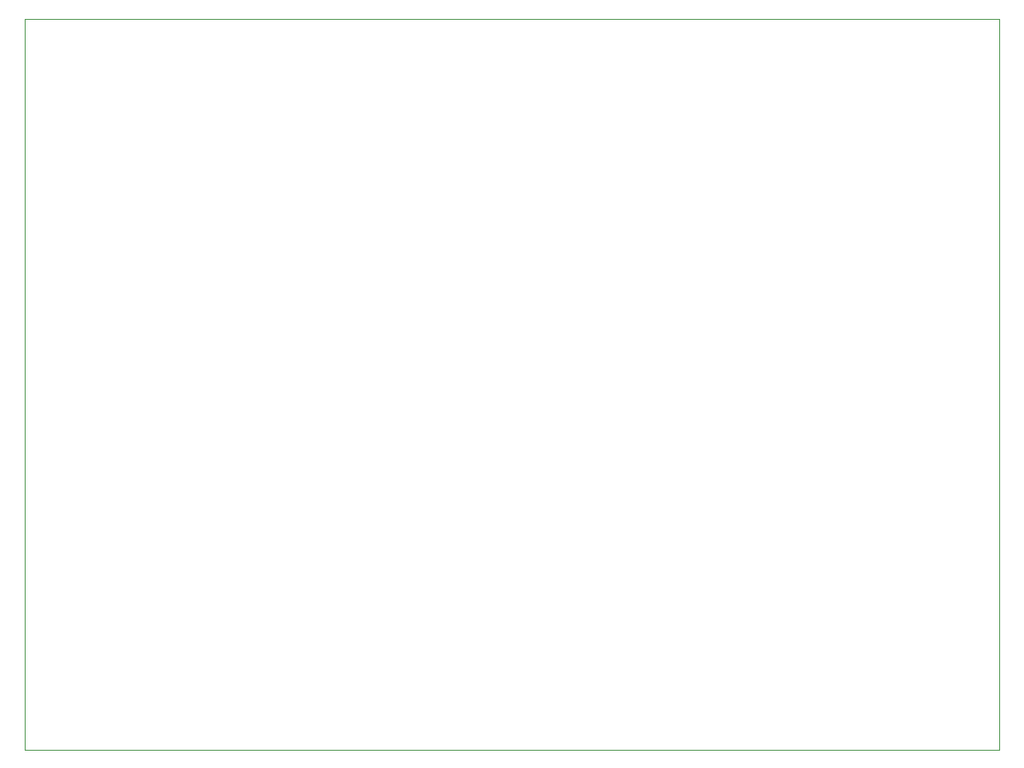
<source format=gm1>
G04 #@! TF.GenerationSoftware,KiCad,Pcbnew,(5.1.10)-1*
G04 #@! TF.CreationDate,2022-04-09T14:00:38+02:00*
G04 #@! TF.ProjectId,karta_pomiarowa_v2,6b617274-615f-4706-9f6d-6961726f7761,rev?*
G04 #@! TF.SameCoordinates,Original*
G04 #@! TF.FileFunction,Profile,NP*
%FSLAX46Y46*%
G04 Gerber Fmt 4.6, Leading zero omitted, Abs format (unit mm)*
G04 Created by KiCad (PCBNEW (5.1.10)-1) date 2022-04-09 14:00:38*
%MOMM*%
%LPD*%
G01*
G04 APERTURE LIST*
G04 #@! TA.AperFunction,Profile*
%ADD10C,0.050000*%
G04 #@! TD*
G04 APERTURE END LIST*
D10*
X140000000Y-35000000D02*
X40000000Y-35000000D01*
X140000000Y-110000000D02*
X140000000Y-35000000D01*
X40000000Y-110000000D02*
X140000000Y-110000000D01*
X40000000Y-35000000D02*
X40000000Y-110000000D01*
M02*

</source>
